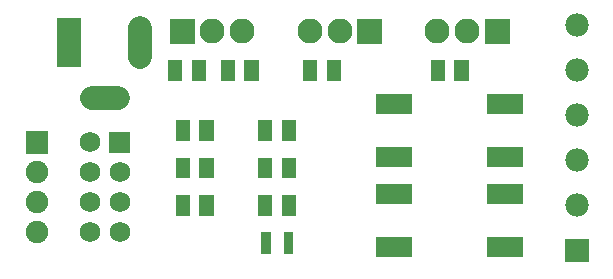
<source format=gts>
G04 Layer: TopSolderMaskLayer*
G04 EasyEDA v6.3.53, 2020-07-05T11:12:03+02:00*
G04 cde15f3eeb0949078ea0d990088cac7f,f7dd187871414131b8e6a9aac608ee48,10*
G04 Gerber Generator version 0.2*
G04 Scale: 100 percent, Rotated: No, Reflected: No *
G04 Dimensions in millimeters *
G04 leading zeros omitted , absolute positions ,3 integer and 3 decimal *
%FSLAX33Y33*%
%MOMM*%
G90*
G71D02*

%ADD36C,2.003196*%
%ADD41C,1.727200*%
%ADD43C,1.981200*%
%ADD45C,1.903197*%
%ADD48C,2.108200*%

%LPD*%
G54D36*
G01X10619Y18297D02*
G01X10619Y20697D01*
G01X6519Y14793D02*
G01X8719Y14793D01*
G36*
G01X3616Y17396D02*
G01X3616Y21597D01*
G01X5621Y21597D01*
G01X5621Y17396D01*
G01X3616Y17396D01*
G37*
G36*
G01X13002Y16268D02*
G01X13002Y18021D01*
G01X14206Y18021D01*
G01X14206Y16268D01*
G01X13002Y16268D01*
G37*
G36*
G01X15003Y16268D02*
G01X15003Y18021D01*
G01X16207Y18021D01*
G01X16207Y16268D01*
G01X15003Y16268D01*
G37*
G36*
G01X19448Y16268D02*
G01X19448Y18021D01*
G01X20652Y18021D01*
G01X20652Y16268D01*
G01X19448Y16268D01*
G37*
G36*
G01X17447Y16268D02*
G01X17447Y18021D01*
G01X18651Y18021D01*
G01X18651Y16268D01*
G01X17447Y16268D01*
G37*
G36*
G01X20873Y1577D02*
G01X20873Y2202D01*
G01X21676Y2202D01*
G01X21676Y1577D01*
G01X20873Y1577D01*
G37*
G36*
G01X20873Y2227D02*
G01X20873Y2852D01*
G01X21676Y2852D01*
G01X21676Y2227D01*
G01X20873Y2227D01*
G37*
G36*
G01X20873Y2877D02*
G01X20873Y3502D01*
G01X21676Y3502D01*
G01X21676Y2877D01*
G01X20873Y2877D01*
G37*
G36*
G01X22773Y2877D02*
G01X22773Y3502D01*
G01X23576Y3502D01*
G01X23576Y2877D01*
G01X22773Y2877D01*
G37*
G36*
G01X22773Y2227D02*
G01X22773Y2852D01*
G01X23576Y2852D01*
G01X23576Y2227D01*
G01X22773Y2227D01*
G37*
G36*
G01X22773Y1577D02*
G01X22773Y2202D01*
G01X23576Y2202D01*
G01X23576Y1577D01*
G01X22773Y1577D01*
G37*
G36*
G01X35227Y16268D02*
G01X35227Y18021D01*
G01X36431Y18021D01*
G01X36431Y16268D01*
G01X35227Y16268D01*
G37*
G36*
G01X37228Y16268D02*
G01X37228Y18021D01*
G01X38432Y18021D01*
G01X38432Y16268D01*
G01X37228Y16268D01*
G37*
G36*
G01X24432Y16268D02*
G01X24432Y18021D01*
G01X25636Y18021D01*
G01X25636Y16268D01*
G01X24432Y16268D01*
G37*
G36*
G01X26433Y16268D02*
G01X26433Y18021D01*
G01X27637Y18021D01*
G01X27637Y16268D01*
G01X26433Y16268D01*
G37*
G36*
G01X15638Y11188D02*
G01X15638Y12941D01*
G01X16842Y12941D01*
G01X16842Y11188D01*
G01X15638Y11188D01*
G37*
G36*
G01X13637Y11188D02*
G01X13637Y12941D01*
G01X14841Y12941D01*
G01X14841Y11188D01*
G01X13637Y11188D01*
G37*
G36*
G01X22623Y11188D02*
G01X22623Y12941D01*
G01X23827Y12941D01*
G01X23827Y11188D01*
G01X22623Y11188D01*
G37*
G36*
G01X20622Y11188D02*
G01X20622Y12941D01*
G01X21826Y12941D01*
G01X21826Y11188D01*
G01X20622Y11188D01*
G37*
G36*
G01X15638Y8013D02*
G01X15638Y9766D01*
G01X16842Y9766D01*
G01X16842Y8013D01*
G01X15638Y8013D01*
G37*
G36*
G01X13637Y8013D02*
G01X13637Y9766D01*
G01X14841Y9766D01*
G01X14841Y8013D01*
G01X13637Y8013D01*
G37*
G36*
G01X22623Y8013D02*
G01X22623Y9766D01*
G01X23827Y9766D01*
G01X23827Y8013D01*
G01X22623Y8013D01*
G37*
G36*
G01X20622Y8013D02*
G01X20622Y9766D01*
G01X21826Y9766D01*
G01X21826Y8013D01*
G01X20622Y8013D01*
G37*
G36*
G01X15638Y4838D02*
G01X15638Y6591D01*
G01X16842Y6591D01*
G01X16842Y4838D01*
G01X15638Y4838D01*
G37*
G36*
G01X13637Y4838D02*
G01X13637Y6591D01*
G01X14841Y6591D01*
G01X14841Y4838D01*
G01X13637Y4838D01*
G37*
G36*
G01X8026Y10185D02*
G01X8026Y11912D01*
G01X9753Y11912D01*
G01X9753Y10185D01*
G01X8026Y10185D01*
G37*
G54D41*
G01X6350Y11049D03*
G01X8890Y8509D03*
G01X6350Y8509D03*
G01X8890Y5969D03*
G01X6350Y5969D03*
G01X8890Y3429D03*
G01X6350Y3429D03*
G36*
G01X46634Y914D02*
G01X46634Y2895D01*
G01X48615Y2895D01*
G01X48615Y914D01*
G01X46634Y914D01*
G37*
G54D43*
G01X47625Y5715D03*
G01X47625Y9525D03*
G01X47625Y13335D03*
G01X47625Y17145D03*
G01X47625Y20955D03*
G36*
G01X30627Y5844D02*
G01X30627Y7546D01*
G01X33632Y7546D01*
G01X33632Y5844D01*
G01X30627Y5844D01*
G37*
G36*
G01X40027Y5844D02*
G01X40027Y7546D01*
G01X43032Y7546D01*
G01X43032Y5844D01*
G01X40027Y5844D01*
G37*
G36*
G01X30627Y1343D02*
G01X30627Y3045D01*
G01X33632Y3045D01*
G01X33632Y1343D01*
G01X30627Y1343D01*
G37*
G36*
G01X40027Y1343D02*
G01X40027Y3045D01*
G01X43032Y3045D01*
G01X43032Y1343D01*
G01X40027Y1343D01*
G37*
G36*
G01X30627Y13464D02*
G01X30627Y15166D01*
G01X33632Y15166D01*
G01X33632Y13464D01*
G01X30627Y13464D01*
G37*
G36*
G01X40027Y13464D02*
G01X40027Y15166D01*
G01X43032Y15166D01*
G01X43032Y13464D01*
G01X40027Y13464D01*
G37*
G36*
G01X30627Y8963D02*
G01X30627Y10665D01*
G01X33632Y10665D01*
G01X33632Y8963D01*
G01X30627Y8963D01*
G37*
G36*
G01X40027Y8963D02*
G01X40027Y10665D01*
G01X43032Y10665D01*
G01X43032Y8963D01*
G01X40027Y8963D01*
G37*
G36*
G01X22623Y4838D02*
G01X22623Y6591D01*
G01X23827Y6591D01*
G01X23827Y4838D01*
G01X22623Y4838D01*
G37*
G36*
G01X20622Y4838D02*
G01X20622Y6591D01*
G01X21826Y6591D01*
G01X21826Y4838D01*
G01X20622Y4838D01*
G37*
G54D45*
G01X1905Y3429D03*
G01X1905Y5969D03*
G01X1905Y8509D03*
G36*
G01X952Y10096D02*
G01X952Y12001D01*
G01X2857Y12001D01*
G01X2857Y10096D01*
G01X952Y10096D01*
G37*
G36*
G01X29019Y19392D02*
G01X29019Y21501D01*
G01X31127Y21501D01*
G01X31127Y19392D01*
G01X29019Y19392D01*
G37*
G54D48*
G01X27533Y20447D03*
G01X24993Y20447D03*
G01X19278Y20447D03*
G01X16738Y20447D03*
G36*
G01X13144Y19392D02*
G01X13144Y21501D01*
G01X15252Y21501D01*
G01X15252Y19392D01*
G01X13144Y19392D01*
G37*
G36*
G01X39814Y19392D02*
G01X39814Y21501D01*
G01X41922Y21501D01*
G01X41922Y19392D01*
G01X39814Y19392D01*
G37*
G01X38328Y20447D03*
G01X35788Y20447D03*
M00*
M02*

</source>
